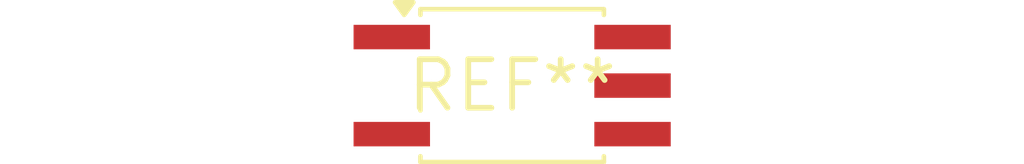
<source format=kicad_pcb>
(kicad_pcb (version 20240108) (generator pcbnew)
  (layers (0 "F.Cu" signal) (31 "B.Cu" signal) (34 "B.Paste" user) (35 "F.Paste" user) (36 "B.SilkS" user "B.Silkscreen") (37 "F.SilkS" user "F.Silkscreen") (38 "B.Mask" user) (39 "F.Mask" user) (44 "Edge.Cuts" user))
  (net 0 "")
  (footprint "SO-5_4.4x3.6mm_P1.27mm" (layer "F.Cu") (at 0 0)
    (property "Reference" "REF**")
    (property "Value" "SO-5_4.4x3.6mm_P1.27mm")
    (fp_line (start -2.4 -2) (end 2.4 -2) (layer "F.SilkS") (stroke (width 0.12)))
    (fp_line (start -2.4 -1.85) (end -2.4 -2) (layer "F.SilkS") (stroke (width 0.12)))
    (fp_line (start -2.4 0.65) (end -2.4 -0.65) (layer "F.SilkS") (stroke (width 0.12)))
    (fp_line (start -2.4 2) (end -2.4 1.85) (layer "F.SilkS") (stroke (width 0.12)))
    (fp_line (start 2.4 -2) (end 2.4 -1.85) (layer "F.SilkS") (stroke (width 0.12)))
    (fp_line (start 2.4 1.85) (end 2.4 2) (layer "F.SilkS") (stroke (width 0.12)))
    (fp_line (start 2.4 2) (end -2.4 2) (layer "F.SilkS") (stroke (width 0.12)))
    (fp_poly (pts (xy -2.825 -1.85) (xy -3.065 -2.18) (xy -2.585 -2.18) (xy -2.825 -1.85)) (layer "F.SilkS") (stroke (width 0.12)) (fill solid))
    (pad "1" smd rect (at -3.15 -1.27) (size 2 0.64) (layers "F.Cu" "F.Paste" "F.Mask"))
    (pad "3" smd rect (at -3.15 1.27) (size 2 0.64) (layers "F.Cu" "F.Paste" "F.Mask"))
    (pad "4" smd rect (at 3.15 1.27) (size 2 0.64) (layers "F.Cu" "F.Paste" "F.Mask"))
    (pad "5" smd rect (at 3.15 0) (size 2 0.64) (layers "F.Cu" "F.Paste" "F.Mask"))
    (pad "6" smd rect (at 3.15 -1.27) (size 2 0.64) (layers "F.Cu" "F.Paste" "F.Mask"))
  )
)
</source>
